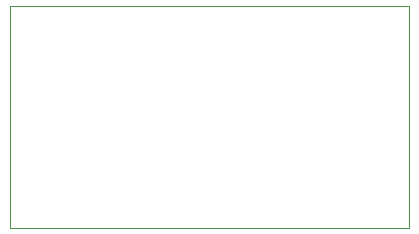
<source format=gbr>
G04 #@! TF.GenerationSoftware,KiCad,Pcbnew,(5.1.5-0-10_14)*
G04 #@! TF.CreationDate,2021-11-24T22:47:10+00:00*
G04 #@! TF.ProjectId,throwie,7468726f-7769-4652-9e6b-696361645f70,rev?*
G04 #@! TF.SameCoordinates,Original*
G04 #@! TF.FileFunction,Profile,NP*
%FSLAX46Y46*%
G04 Gerber Fmt 4.6, Leading zero omitted, Abs format (unit mm)*
G04 Created by KiCad (PCBNEW (5.1.5-0-10_14)) date 2021-11-24 22:47:10*
%MOMM*%
%LPD*%
G04 APERTURE LIST*
%ADD10C,0.050000*%
G04 APERTURE END LIST*
D10*
X54356000Y-163322000D02*
X20574000Y-163322000D01*
X54356000Y-144526000D02*
X54356000Y-163322000D01*
X20574000Y-144526000D02*
X54356000Y-144526000D01*
X20574000Y-163322000D02*
X20574000Y-144526000D01*
M02*

</source>
